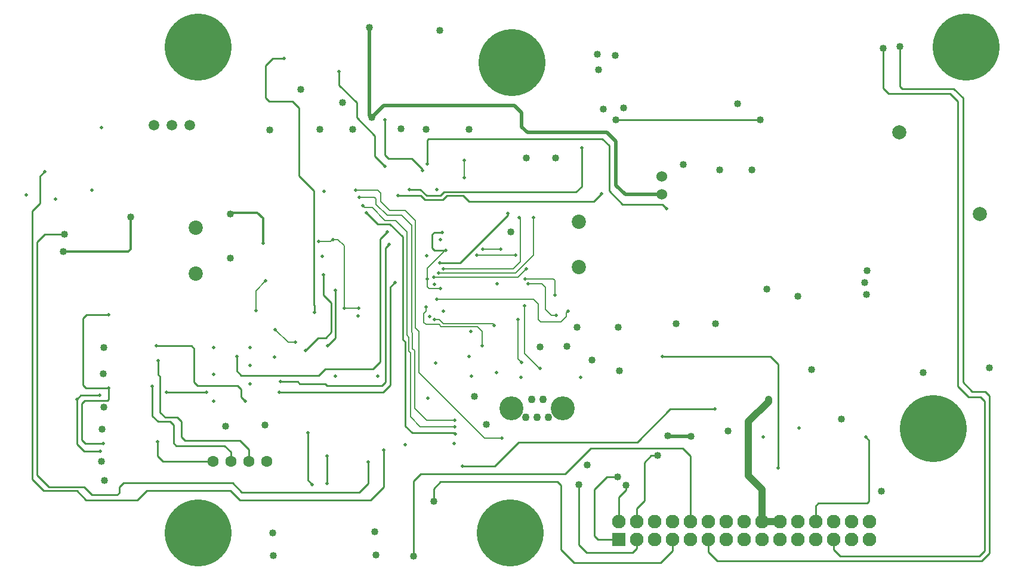
<source format=gbr>
G04 EasyPC Gerber Version 21.0.3 Build 4286 *
%FSLAX35Y35*%
%MOIN*%
%ADD11R,0.07677X0.07677*%
%ADD25C,0.00591*%
%ADD24C,0.00800*%
%ADD21C,0.00984*%
%ADD20C,0.01000*%
%ADD23C,0.01181*%
%ADD70C,0.01969*%
%ADD22C,0.03937*%
%ADD19C,0.04000*%
%ADD17C,0.04331*%
%ADD14C,0.05906*%
%ADD13C,0.06000*%
%ADD15C,0.06299*%
%ADD12C,0.07677*%
%ADD71C,0.07874*%
%ADD16C,0.07972*%
%ADD18C,0.13386*%
%ADD10C,0.37402*%
X0Y0D02*
D02*
D10*
X101023Y63801D03*
Y335454D03*
X275600Y63801D03*
X276387Y326667D03*
X511820Y121943D03*
X530324Y335454D03*
D02*
D11*
X336230Y60132D03*
D02*
D12*
Y70132D03*
X346230Y60132D03*
Y70132D03*
X356230Y60132D03*
Y70132D03*
X366230Y60132D03*
Y70132D03*
X376230Y60132D03*
Y70132D03*
X386230Y60132D03*
Y70132D03*
X396230Y60132D03*
Y70132D03*
X406230Y60132D03*
Y70132D03*
X416230Y60132D03*
Y70132D03*
X426230Y60132D03*
Y70132D03*
X436230Y60132D03*
Y70132D03*
X446230Y60132D03*
Y70132D03*
X456230Y60132D03*
Y70132D03*
X466230Y60132D03*
Y70132D03*
X476230Y60132D03*
Y70132D03*
D02*
D13*
X360246Y253071D03*
Y262888D03*
D02*
D14*
X76531Y291784D03*
X86531Y291852D03*
X96531Y291784D03*
D02*
D15*
X109393Y103676D03*
X119393Y103608D03*
X129393Y103676D03*
X139380D03*
D02*
D16*
X99714Y208829D03*
Y234419D03*
X313691Y212222D03*
Y237813D03*
D02*
D17*
X284261Y128242D03*
X287411Y138478D03*
X290561Y128242D03*
X293710Y138478D03*
X296860Y128242D03*
D02*
D18*
X276191Y133360D03*
X304931D03*
D02*
D19*
X25994Y221156D03*
X26387Y230604D03*
X47254Y103833D03*
X47647Y121549D03*
X48041Y152652D03*
X48435Y134148D03*
Y167219D03*
X48828Y93203D03*
X63395Y240427D03*
X116545Y123518D03*
X119301Y217219D03*
Y242022D03*
X138592Y123911D03*
X141348Y288872D03*
X142923Y63675D03*
X143317Y51077D03*
X158671Y311707D03*
X169301Y289266D03*
X181702Y304423D03*
X187411Y289266D03*
X196860Y346352D03*
X198041Y295959D03*
X200009Y64463D03*
X200403Y51470D03*
X214576Y289659D03*
X221663Y50683D03*
X228356Y289266D03*
X232687Y81392D03*
X236230Y344778D03*
X252372Y289266D03*
X255521Y140053D03*
X262214Y124305D03*
X275994Y232179D03*
X284655Y273518D03*
X292135Y167612D03*
X300797Y273518D03*
X307096Y168006D03*
X313002Y178636D03*
X313789Y90841D03*
X318513Y101864D03*
X321269Y160526D03*
X324025Y331392D03*
X324813Y322730D03*
X327569Y300683D03*
X334261Y330604D03*
X334655Y294778D03*
X335443Y95171D03*
X335836Y178636D03*
X336624Y154226D03*
X338986Y301470D03*
X340167Y90447D03*
X357883Y106982D03*
X363395Y118006D03*
X368120Y180604D03*
X372057Y269581D03*
X376387Y117612D03*
X390167Y180604D03*
X392529Y266825D03*
X397254Y120762D03*
X402372Y303833D03*
X410639Y266825D03*
X415167Y294778D03*
X418907Y199896D03*
X419694Y138478D03*
X436230Y195959D03*
X443710Y155014D03*
X460639Y127455D03*
X473631Y203833D03*
X474419Y197140D03*
X474813Y210526D03*
X482687Y86904D03*
X483868Y334541D03*
X493317Y335722D03*
X506309Y153439D03*
X543317Y156195D03*
D02*
D70*
X5128Y252652D03*
X15364Y265644D03*
X21663Y250289D03*
X33474Y138478D03*
X41742Y255407D03*
X46072Y140663D03*
X46466Y109344D03*
X47254Y290447D03*
X48041Y113675D03*
X51191Y144778D03*
Y185722D03*
X75600Y145565D03*
X77962Y168222D03*
X78356Y114856D03*
X78750Y160132D03*
X83474Y142258D03*
X105915D03*
X109852Y137297D03*
Y152258D03*
Y167219D03*
X122844Y162258D03*
X127569Y137258D03*
X130324Y147140D03*
Y157376D03*
Y167219D03*
X133474Y188085D03*
X137411Y225656D03*
X138986Y204620D03*
X143710Y162100D03*
X144301Y177455D03*
X146466Y142258D03*
X147254Y148321D03*
X149222Y329030D03*
X155521Y170368D03*
X161033Y165644D03*
X162383Y119581D03*
X164970Y90841D03*
X166151Y186904D03*
X168513Y226667D03*
X170482Y218400D03*
X171269Y208163D03*
X171466Y254620D03*
X173238Y91234D03*
Y106589D03*
X173631Y168400D03*
X176387Y227848D03*
X177962Y151470D03*
Y199502D03*
X179931Y321549D03*
X182687Y189266D03*
X189183Y255407D03*
X190561Y184935D03*
X190954Y189266D03*
X191151Y251470D03*
X193120Y246746D03*
X195088Y242809D03*
X196072Y103439D03*
X196860Y346352D02*
Y297140D01*
X198041Y295959*
X201584Y151470D03*
X204734Y110132D03*
X205521Y268793D03*
Y294778D03*
X206899Y232179D03*
X207883Y225093D03*
X211033Y203833D03*
X213002Y252258D03*
X216939Y112888D03*
X219301Y255801D03*
X226584Y266431D03*
X228356Y190053D03*
X228750Y218793D03*
X229143Y205801D03*
Y269974D03*
X229537Y138872D03*
X230521Y184541D03*
X232687Y206589D03*
X233080Y182967D03*
Y202848D03*
X233868Y158557D03*
X234655Y194384D03*
Y255801D03*
X235443Y208951D03*
X236230Y214659D03*
X236624Y200289D03*
Y227848D03*
X237411Y231785D03*
X238198Y187691D03*
Y211313D03*
X239380Y221746D03*
X244104Y113675D03*
X244498Y123124D03*
Y126667D03*
X244891Y119187D03*
X248828Y101077D03*
X250009Y262494D03*
Y271943D03*
X252372Y162494D03*
X253553Y176274D03*
X253946Y151470D03*
X256702Y219187D03*
X259852Y168400D03*
X260246Y222337D03*
X266545Y179817D03*
X267726Y153439D03*
X268120Y203045D03*
X270088Y222337D03*
X270876Y116825D03*
X274025Y242415D03*
X278356Y219187D03*
X279931Y182967D03*
X280521Y240053D03*
X281506Y150683D03*
X281899Y158951D03*
X283474Y190841D03*
X283868Y205801D03*
X284655Y211313D03*
X285443Y203045D03*
X288592Y240053D03*
X292135Y155801D03*
X300403Y196746D03*
X301191Y185329D03*
X307883Y187860D03*
X314970Y150683D03*
X315364Y279030D03*
X326387Y253439D03*
X360246Y253071D02*
X339748D01*
X334655Y258163*
Y282573*
X329537Y287691*
X285049*
X281899Y290841*
Y298715*
X277962Y302652*
X204734*
X198041Y295959*
X360639Y162494D03*
X363002Y245171D03*
X376387Y117612D02*
X363395D01*
Y118006*
X389773Y132967D03*
X416939Y117219D03*
X425049Y99896D03*
X437017Y122337D03*
X474025Y117356D03*
D02*
D71*
X492923Y287691D03*
X537805Y242022D03*
D02*
D20*
X33474Y138478D02*
X35659Y140663D01*
X46072*
X46466Y109344D02*
X37411D01*
X33474Y113281*
Y138478*
X48041Y113675D02*
X38198D01*
X36230Y115644*
Y136116*
X37805Y137691*
X50403*
X51191Y138478*
Y144778*
X75600Y145565D02*
Y129030D01*
X78750Y125880*
X85443*
X87411Y123911*
Y114069*
X88986Y112494*
X115850*
X119393Y108951*
Y103608*
X77962Y168222D02*
X97431D01*
X98828Y166825*
Y147927*
X100797Y145959*
X123238*
X125206Y143990*
Y139620*
X127569Y137258*
X78356Y114856D02*
Y106826D01*
X81506Y103676*
X109393*
X78750Y160132D02*
Y152258D01*
X79931Y151077*
Y130998*
X82687Y128242*
X89380*
X91742Y125880*
Y117219*
X93710Y115250*
X124669*
X129393Y110526*
Y103676*
X83474Y142258D02*
X105915D01*
X122844Y162258D02*
Y154226D01*
X125206Y151864*
X168513*
X172057Y155407*
X198828*
X202765Y159344*
Y228045*
X206899Y232179*
X147254Y148321D02*
X156702D01*
X157883Y147140*
X172057*
X173238Y145959*
X203946*
X205915Y147927*
Y223124*
X207883Y225093*
X179931Y321549D02*
Y314069D01*
X189773Y304226*
Y295959*
X200009Y285722*
Y274305*
X205521Y268793*
X213002Y252258D02*
X225600D01*
X227962Y249896*
X237805*
X240167Y252258*
X249222*
X252372Y249108*
X322057*
X326387Y253439*
X219301Y255801D02*
X225206D01*
X228750Y252258*
X236624*
X238592Y254226*
X312214*
X315364Y257376*
Y279030*
X221663Y50683D02*
Y92809D01*
X225600Y96746*
X306309*
X320482Y110919*
X371899*
X376230Y106589*
Y70132*
X232687Y81392D02*
Y88478D01*
X236624Y92415*
X301978*
X303946Y90447*
Y54226*
X311033Y47140*
X359537*
X366230Y53833*
Y60132*
X236230Y214659D02*
X247450D01*
X274025Y241234*
Y242415*
X334655Y294778D02*
X415167D01*
D02*
D21*
X15364Y265644D02*
X13002Y263281D01*
Y247927*
X8671Y243596*
Y93596*
X14970Y87297*
X33474*
X38592Y82179*
X67332*
X72450Y87297*
X119301*
X124419Y82179*
X197647*
X204734Y89266*
Y110132*
X26387Y230604D02*
X15364D01*
X11033Y226274*
Y95959*
X17726Y89266*
X37411*
X41742Y84935*
X55915*
X57096Y86116*
Y89266*
X59458Y91628*
X120482*
X125600Y86510*
X191348*
X196072Y91234*
Y103439*
X51191Y144778D02*
X38592D01*
X37017Y146352*
Y183754*
X38986Y185722*
X51191*
X146466Y142258D02*
X204576D01*
X208671Y146352*
Y201470*
X211033Y203833*
X162383Y119581D02*
Y93427D01*
X164970Y90841*
X166151Y186904D02*
Y190841D01*
X165757Y191234*
Y255014*
X157490Y263281*
Y301470*
X153946Y305014*
X140954*
X138986Y306982*
Y325093*
X142923Y329030*
X149222*
X171269Y208163D02*
Y196746D01*
X175600Y192415*
Y175880*
X172450Y172730*
X168120*
X161033Y165644*
X173238Y106589D02*
Y91234D01*
X177962Y199502D02*
Y172730D01*
X173631Y168400*
X205521Y294778D02*
Y275093D01*
X207490Y273124*
X220482*
X226584Y267022*
Y266431*
X229143Y269974D02*
Y283360D01*
X229931Y284148*
X326781*
X330718Y280211*
Y255014*
X338198Y247533*
X360639*
X363002Y245171*
X237411Y231785D02*
X233080D01*
X231899Y230604*
Y222927*
X233080Y221746*
X239380*
X244891Y119187D02*
Y119581D01*
X220876*
X216939Y123518*
Y170368*
X215364Y171943*
Y229423*
X208277Y236510*
X201387*
X195088Y242809*
X248828Y101077D02*
X266939D01*
X280324Y114463*
X346466*
X364970Y132967*
X389773*
X313789Y90841D02*
Y56982D01*
X318120Y52652*
X343868*
X346230Y55014*
Y60132*
X335443Y95171D02*
X329537D01*
X322450Y88085*
Y62100*
X324419Y60132*
X336230*
X340167Y90447D02*
Y87691D01*
X336230Y83754*
Y70132*
X357883Y106982D02*
X354340D01*
X350403Y103045*
Y81628*
X346230Y77455*
Y70132*
X360639Y162494D02*
X420718D01*
X425049Y158163*
Y99896*
X446230Y70132D02*
Y78793D01*
X447647Y80211*
X474813*
X475994Y81392*
Y115388*
X474025Y117356*
X483868Y334541D02*
Y312494D01*
X487017Y309344*
X521269*
X525600Y305014*
Y145565*
X531506Y139659*
X538198*
X540561Y137297*
Y53833*
X537411Y50683*
X459773*
X456230Y54226*
Y60132*
X493317Y335722D02*
Y313281D01*
X494498Y312100*
X523238*
X528356Y306982*
Y147927*
X533474Y142809*
X540954*
X543317Y140447*
Y52258*
X538986Y47927*
X391348*
X386230Y53045*
Y60132*
D02*
D22*
X416230Y70132D02*
Y88006D01*
X408671Y95565*
Y125880*
X419694Y136904*
Y138478*
X426230Y70132D02*
X416230D01*
D02*
D23*
X25994Y221156D02*
X62214D01*
X63395Y222337*
Y240427*
X137411Y225656D02*
Y239659D01*
X134261Y242809*
X120088*
X119301Y242022*
D02*
D24*
X133474Y188085D02*
Y199108D01*
X138986Y204620*
X155521Y170368D02*
X151387D01*
X144301Y177455*
X168513Y226667D02*
X175206D01*
X176387Y227848*
X182687Y189266D02*
Y224305D01*
X179143Y227848*
X176387*
X234655Y194384D02*
X288592D01*
X291348Y191628*
Y182967*
X292529Y181785*
X303946*
X306702Y184541*
Y186679*
X307883Y187860*
X244498Y123124D02*
X225206D01*
X219694Y128636*
Y164463*
X218907Y165250*
Y173124*
X217726Y174305*
Y232179*
X211427Y238478*
X205521*
X198435Y245565*
X194301*
X193120Y246746*
X244498Y126667D02*
X228750D01*
X222057Y133360*
Y165644*
X220876Y166825*
Y175486*
X220482Y175880*
Y235722*
X214970Y241234*
X206702*
X200403Y247533*
Y250683*
X199616Y251470*
X191151*
X250009Y262494D02*
Y271943D01*
X270088Y222337D02*
X260246D01*
X270876Y116825D02*
X261033D01*
X224419Y153439*
Y176274*
X222450Y178242*
Y238478*
X216939Y243990*
X208277*
X203159Y249108*
Y253833*
X201584Y255407*
X189183*
X281899Y158951D02*
X279931Y160919D01*
Y182967*
X292135Y155801D02*
X291742D01*
X283474Y164069*
Y190841*
D02*
D25*
X190954Y189266D02*
X182687D01*
X228356Y190053D02*
Y187691D01*
X227175Y186510*
Y181392*
X228356Y180211*
X235836*
X237017Y179030*
X257096*
X259852Y176274*
Y168400*
X229143Y205801D02*
Y211707D01*
X239380Y221943*
Y221746*
X232687Y206589D02*
X279931D01*
X284655Y211313*
X233080Y182967D02*
X235836D01*
X238198Y180604*
X265757*
X266545Y179817*
X235443Y208951D02*
X278356D01*
X288592Y219187*
Y240053*
X236624Y200289D02*
X230324D01*
X229143Y201470*
Y205801*
X238198Y211313D02*
X277175D01*
X281112Y215250*
Y239463*
X280521Y240053*
X256702Y219187D02*
X278356D01*
X283868Y205801D02*
X299616D01*
X300403Y205014*
Y196746*
X285443Y203045D02*
X293120D01*
X295088Y201077*
Y188675*
X298435Y185329*
X301191*
X0Y0D02*
M02*

</source>
